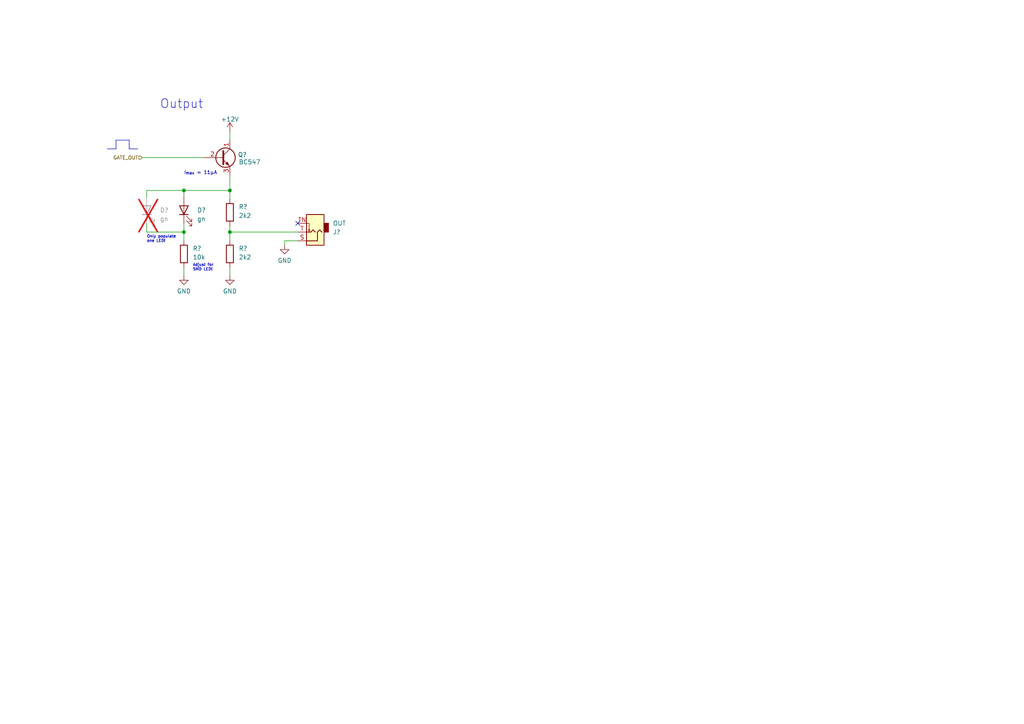
<source format=kicad_sch>
(kicad_sch (version 20230121) (generator eeschema)
  (paper "A4")
  (title_block (title "DIV") (date "2023-04-03") (rev "v1") (company "moPsy"))
  (lib_symbols
    (symbol "Connector:AudioJack2_Ground_SwitchT"
      (property "Reference" "J?" (at -0.635 8.89 0))
      (property "Value" "IN1" (at -0.635 6.35 0))
      (symbol "AudioJack2_Ground_SwitchT_0_1"
        (rectangle (start -2.54 0) (end -3.81 -2.54) (stroke (width 0.254)) (fill (type outline)))
        (polyline (pts (xy 1.778 -0.254) (xy 2.032 -0.762)))
        (polyline (pts (xy 0 0) (xy 0.635 -0.635) (xy 1.27 0) (xy 2.54 0)) (stroke (width 0.254)))
        (polyline (pts (xy 2.54 -2.54) (xy 1.778 -2.54) (xy 1.778 -0.254) (xy 1.524 -0.762)))
        (polyline (pts (xy 2.54 2.54) (xy -0.635 2.54) (xy -0.635 0) (xy -1.27 -0.635) (xy -1.905 0)) (stroke (width 0.254)))
        (rectangle (start 2.54 3.81) (end -2.54 -5.08) (stroke (width 0.254)) (fill (type background)))
      )
      (symbol "AudioJack2_Ground_SwitchT_1_1"
        (pin passive line (at 5.08 2.54 180) (length 2.54) (name "~") (number "S"))
        (pin passive line (at 5.08 0 180) (length 2.54) (name "~") (number "T"))
        (pin passive line (at 5.08 -2.54 180) (length 2.54) (name "~") (number "TN"))
      )
    )
    (symbol "Device:LED" (pin_numbers hide) (pin_names (offset 1.016) hide)
      (property "Reference" "D" (at 0 2.54 0))
      (property "Value" "LED" (at 0 -2.54 0))
      (symbol "LED_0_1"
        (polyline (pts (xy -1.27 -1.27) (xy -1.27 1.27)) (stroke (width 0.254)))
        (polyline (pts (xy -1.27 0) (xy 1.27 0)))
        (polyline (pts (xy 1.27 -1.27) (xy 1.27 1.27) (xy -1.27 0) (xy 1.27 -1.27)) (stroke (width 0.254)))
        (polyline (pts (xy -3.048 -0.762) (xy -4.572 -2.286) (xy -3.81 -2.286) (xy -4.572 -2.286) (xy -4.572 -1.524)))
        (polyline (pts (xy -1.778 -0.762) (xy -3.302 -2.286) (xy -2.54 -2.286) (xy -3.302 -2.286) (xy -3.302 -1.524)))
      )
      (symbol "LED_1_1"
        (pin passive line (at -3.81 0 0) (length 2.54) (name "K") (number "1"))
        (pin passive line (at 3.81 0 180) (length 2.54) (name "A") (number "2"))
      )
    )
    (symbol "Device:R" (pin_numbers hide) (pin_names (offset 0))
      (property "Reference" "R" (at 2.032 0 90))
      (property "Value" "R" (at 0 0 90))
      (symbol "R_0_1"
        (rectangle (start -1.016 -2.54) (end 1.016 2.54) (stroke (width 0.254)))
      )
      (symbol "R_1_1"
        (pin passive line (at 0 3.81 270) (length 1.27) (name "~") (number "1"))
        (pin passive line (at 0 -3.81 90) (length 1.27) (name "~") (number "2"))
      )
    )
    (symbol "Transistor_BJT:BC547" (pin_names (offset 0) hide)
      (property "Reference" "Q" (at 5.08 1.905 0))
      (property "Value" "BC547" (at 5.08 0 0))
      (symbol "BC547_0_1"
        (polyline (pts (xy 0 0) (xy 0.635 0)))
        (polyline (pts (xy 0.635 0.635) (xy 2.54 2.54)))
        (polyline (pts (xy 0.635 -0.635) (xy 2.54 -2.54) (xy 2.54 -2.54)))
        (polyline (pts (xy 0.635 1.905) (xy 0.635 -1.905) (xy 0.635 -1.905)) (stroke (width 0.508)))
        (polyline (pts (xy 1.27 -1.778) (xy 1.778 -1.27) (xy 2.286 -2.286) (xy 1.27 -1.778) (xy 1.27 -1.778)) (fill (type outline)))
        (circle (center 1.27 0) (radius 2.8194) (stroke (width 0.254)))
      )
      (symbol "BC547_1_1"
        (pin passive line (at 2.54 5.08 270) (length 2.54) (name "C") (number "1"))
        (pin input line (at -5.08 0 0) (length 5.08) (name "B") (number "2"))
        (pin passive line (at 2.54 -5.08 90) (length 2.54) (name "E") (number "3"))
      )
    )
    (symbol "power:+12V" (power) (pin_names (offset 0))
      (property "Value" "+12V" (at 0 3.556 0))
      (symbol "+12V_0_1"
        (polyline (pts (xy -0.762 1.27) (xy 0 2.54)))
        (polyline (pts (xy 0 0) (xy 0 2.54)))
        (polyline (pts (xy 0 2.54) (xy 0.762 1.27)))
      )
      (symbol "+12V_1_1"
        (pin power_in line (at 0 0 90) (length 0) hide (name "+12V") (number "1"))
      )
    )
    (symbol "power:GND" (power) (pin_names (offset 0))
      (property "Value" "GND" (at 0 -3.81 0))
      (symbol "GND_0_1"
        (polyline (pts (xy 0 0) (xy 0 -1.27) (xy 1.27 -1.27) (xy 0 -2.54) (xy -1.27 -1.27) (xy 0 -1.27)))
      )
      (symbol "GND_1_1"
        (pin power_in line (at 0 0 270) (length 0) hide (name "GND") (number "1"))
      )
    )
  )
  (junction (at 53.34 67.31))
  (junction (at 53.34 55.245))
  (junction (at 66.675 55.245))
  (junction (at 66.675 67.31))
  (no_connect (at 86.36 64.77))
  (wire (pts (xy 66.675 38.1) (xy 66.675 40.64)))
  (wire (pts (xy 53.34 55.245) (xy 42.545 55.245)))
  (polyline (pts (xy 40.005 43.18) (xy 37.465 43.18)) (stroke (width 0) (type solid)))
  (wire (pts (xy 53.34 67.31) (xy 53.34 69.85)))
  (wire (pts (xy 82.55 69.85) (xy 82.55 71.12)))
  (polyline (pts (xy 33.655 43.18) (xy 31.115 43.18)) (stroke (width 0) (type solid)))
  (wire (pts (xy 53.34 77.47) (xy 53.34 80.01)))
  (wire (pts (xy 42.545 55.245) (xy 42.545 57.15)))
  (wire (pts (xy 66.675 67.31) (xy 86.36 67.31)))
  (wire (pts (xy 42.545 64.77) (xy 42.545 67.31)))
  (wire (pts (xy 42.545 67.31) (xy 53.34 67.31)))
  (wire (pts (xy 53.34 55.245) (xy 66.675 55.245)))
  (polyline (pts (xy 33.655 40.64) (xy 33.655 43.18)) (stroke (width 0) (type solid)))
  (polyline (pts (xy 37.465 40.64) (xy 33.655 40.64)) (stroke (width 0) (type solid)))
  (wire (pts (xy 66.675 55.245) (xy 66.675 57.785)))
  (wire (pts (xy 66.675 67.31) (xy 66.675 69.85)))
  (wire (pts (xy 66.675 65.405) (xy 66.675 67.31)))
  (wire (pts (xy 86.36 69.85) (xy 82.55 69.85)))
  (wire (pts (xy 53.34 64.77) (xy 53.34 67.31)))
  (wire (pts (xy 66.675 50.8) (xy 66.675 55.245)))
  (polyline (pts (xy 37.465 43.18) (xy 37.465 40.64)) (stroke (width 0) (type solid)))
  (wire (pts (xy 53.34 55.245) (xy 53.34 57.15)))
  (wire (pts (xy 66.675 77.47) (xy 66.675 80.01)))
  (wire (pts (xy 41.275 45.72) (xy 59.055 45.72)))
  (text "I_{max} = 11µA" (at 53.34 50.8 0) (effects (font (size 1 1)) (justify left bottom)))
  (text "Output" (at 46.355 31.75 0) (effects (font (size 2.54 2.54)) (justify left bottom)))
  (text "Only populate\none LED!" (at 42.545 70.485 0) (effects (font (size 0.8 0.8)) (justify left bottom)))
  (text "Adjust for\nSMD LED!" (at 55.88 78.74 0) (effects (font (size 0.8 0.8)) (justify left bottom)))
  (hierarchical_label "GATE_OUT" (shape input) (at 41.275 45.72 180) (effects (font (size 1 1))))
  (symbol (lib_id "power:+12V") (at 66.675 38.1 0) (unit 1)
    (property "Reference" "#PWR?" (effects hide))
    (property "Value" "+12V" (at 66.675 34.5981 0))
    (instances (project "div" (path "" (reference "#PWR?") (unit 1)) (path "" (reference "#PWR018") (unit 1)) (path "" (reference "#PWR022") (unit 1)) (path "" (reference "#PWR026") (unit 1)) (path "" (reference "#PWR030") (unit 1)) (path "" (reference "#PWR034") (unit 1)) (path "" (reference "#PWR038") (unit 1))))
  )
  (symbol (lib_id "Transistor_BJT:BC547") (at 64.135 45.72 0) (unit 1)
    (property "Reference" "Q?" (at 68.9864 44.8853 0) (effects (justify left)))
    (property "Value" "BC547" (at 69.215 46.99 0) (effects (justify left)))
    (property "Footprint" "Package_TO_SOT_THT:TO-92_HandSolder" (effects hide))
    (property "Datasheet" "https://www.onsemi.com/pub/Collateral/BC550-D.pdf" (effects hide))
    (instances (project "manual-gate-trigger-source" (path "" (reference "Q?") (unit 1)) (path "" (reference "Q?") (unit 1)) (path "" (reference "Q?") (unit 1)) (path "" (reference "Q?") (unit 1))) (project "div" (path "" (reference "Q?") (unit 1)) (path "" (reference "Q5") (unit 1)) (path "" (reference "Q6") (unit 1)) (path "" (reference "Q7") (unit 1)) (path "" (reference "Q8") (unit 1)) (path "" (reference "Q9") (unit 1)) (path "" (reference "Q10") (unit 1))))
  )
  (symbol (lib_id "Device:LED") (at 42.545 60.96 90) (unit 1) (in_bom no) (dnp yes)
    (property "Reference" "D?" (at 46.355 60.96 90) (effects (justify right)))
    (property "Value" "gn" (at 46.355 63.5 90) (effects (justify right)))
    (property "Footprint" "LED_SMD:LED_0805_2012Metric_Pad1.15x1.40mm_HandSolder" (effects hide))
    (property "Sim.Enable" "0" (effects hide))
    (property "REICHELT" "EVL 17-21SYGC" (effects hide))
    (instances (project "manual-gate-trigger-source" (path "" (reference "D?") (unit 1)) (path "" (reference "D?") (unit 1)) (path "" (reference "D?") (unit 1)) (path "" (reference "D?") (unit 1))) (project "div" (path "" (reference "D?") (unit 1)) (path "" (reference "D13") (unit 1)) (path "" (reference "D14") (unit 1)) (path "" (reference "D15") (unit 1)) (path "" (reference "D16") (unit 1)) (path "" (reference "D17") (unit 1)) (path "" (reference "D18") (unit 1))))
  )
  (symbol (lib_id "Device:R") (at 53.34 73.66 180) (unit 1)
    (property "Reference" "R?" (at 55.88 72.0725 0) (effects (justify right)))
    (property "Value" "10k" (at 55.88 74.6125 0) (effects (justify right)))
    (property "Footprint" "Resistor_THT:R_Axial_DIN0207_L6.3mm_D2.5mm_P7.62mm_Horizontal" (effects hide))
    (instances (project "manual-gate-trigger-source" (path "" (reference "R?") (unit 1)) (path "" (reference "R?") (unit 1)) (path "" (reference "R?") (unit 1)) (path "" (reference "R?") (unit 1))) (project "div" (path "" (reference "R?") (unit 1)) (path "" (reference "R9") (unit 1)) (path "" (reference "R12") (unit 1)) (path "" (reference "R15") (unit 1)) (path "" (reference "R18") (unit 1)) (path "" (reference "R21") (unit 1)) (path "" (reference "R24") (unit 1))))
  )
  (symbol (lib_id "Device:R") (at 66.675 61.595 180) (unit 1)
    (property "Reference" "R?" (at 69.215 60.0075 0) (effects (justify right)))
    (property "Value" "2k2" (at 69.215 62.5475 0) (effects (justify right)))
    (property "Footprint" "Resistor_THT:R_Axial_DIN0207_L6.3mm_D2.5mm_P7.62mm_Horizontal" (effects hide))
    (instances (project "manual-gate-trigger-source" (path "" (reference "R?") (unit 1)) (path "" (reference "R?") (unit 1)) (path "" (reference "R?") (unit 1)) (path "" (reference "R?") (unit 1))) (project "div" (path "" (reference "R?") (unit 1)) (path "" (reference "R10") (unit 1)) (path "" (reference "R13") (unit 1)) (path "" (reference "R16") (unit 1)) (path "" (reference "R19") (unit 1)) (path "" (reference "R22") (unit 1)) (path "" (reference "R25") (unit 1))))
  )
  (symbol (lib_id "power:GND") (at 66.675 80.01 0) (unit 1)
    (property "Reference" "#PWR?" (effects hide))
    (property "Value" "GND" (at 66.675 84.4534 0))
    (instances (project "manual-gate-trigger-source" (path "" (reference "#PWR?") (unit 1)) (path "" (reference "#PWR?") (unit 1)) (path "" (reference "#PWR?") (unit 1)) (path "" (reference "#PWR?") (unit 1))) (project "div" (path "" (reference "#PWR?") (unit 1)) (path "" (reference "#PWR019") (unit 1)) (path "" (reference "#PWR023") (unit 1)) (path "" (reference "#PWR027") (unit 1)) (path "" (reference "#PWR031") (unit 1)) (path "" (reference "#PWR035") (unit 1)) (path "" (reference "#PWR039") (unit 1))))
  )
  (symbol (lib_id "Device:R") (at 66.675 73.66 180) (unit 1)
    (property "Reference" "R?" (at 69.215 72.0725 0) (effects (justify right)))
    (property "Value" "2k2" (at 69.215 74.6125 0) (effects (justify right)))
    (property "Footprint" "Resistor_THT:R_Axial_DIN0207_L6.3mm_D2.5mm_P7.62mm_Horizontal" (effects hide))
    (instances (project "manual-gate-trigger-source" (path "" (reference "R?") (unit 1)) (path "" (reference "R?") (unit 1)) (path "" (reference "R?") (unit 1)) (path "" (reference "R?") (unit 1))) (project "div" (path "" (reference "R?") (unit 1)) (path "" (reference "R11") (unit 1)) (path "" (reference "R14") (unit 1)) (path "" (reference "R17") (unit 1)) (path "" (reference "R20") (unit 1)) (path "" (reference "R23") (unit 1)) (path "" (reference "R26") (unit 1))))
  )
  (symbol (lib_id "power:GND") (at 53.34 80.01 0) (unit 1)
    (property "Reference" "#PWR?" (effects hide))
    (property "Value" "GND" (at 53.34 84.4534 0))
    (instances (project "manual-gate-trigger-source" (path "" (reference "#PWR?") (unit 1)) (path "" (reference "#PWR?") (unit 1)) (path "" (reference "#PWR?") (unit 1)) (path "" (reference "#PWR?") (unit 1))) (project "div" (path "" (reference "#PWR?") (unit 1)) (path "" (reference "#PWR017") (unit 1)) (path "" (reference "#PWR021") (unit 1)) (path "" (reference "#PWR025") (unit 1)) (path "" (reference "#PWR029") (unit 1)) (path "" (reference "#PWR033") (unit 1)) (path "" (reference "#PWR037") (unit 1))))
  )
  (symbol (lib_id "Device:LED") (at 53.34 60.96 90) (unit 1)
    (property "Reference" "D?" (at 57.15 60.96 90) (effects (justify right)))
    (property "Value" "gn" (at 57.15 63.5 90) (effects (justify right)))
    (property "Footprint" "LED_THT:LED_D3.0mm" (effects hide))
    (instances (project "manual-gate-trigger-source" (path "" (reference "D?") (unit 1)) (path "" (reference "D?") (unit 1)) (path "" (reference "D?") (unit 1)) (path "" (reference "D?") (unit 1))) (project "div" (path "" (reference "D?") (unit 1)) (path "" (reference "D7") (unit 1)) (path "" (reference "D8") (unit 1)) (path "" (reference "D9") (unit 1)) (path "" (reference "D10") (unit 1)) (path "" (reference "D11") (unit 1)) (path "" (reference "D12") (unit 1))))
  )
  (symbol (lib_id "Connector:AudioJack2_Ground_SwitchT") (at 91.44 67.31 180) (unit 1)
    (property "Reference" "J?" (at 96.52 67.31 0) (effects (justify right)))
    (property "Value" "OUT" (at 96.52 64.77 0) (effects (justify right)))
    (property "Footprint" "moPsy:CLIFF 3.5mm S6 Mono Jack Socket" (effects hide))
    (instances (project "manual-gate-trigger-source" (path "" (reference "J?") (unit 1)) (path "" (reference "J?") (unit 1)) (path "" (reference "J?") (unit 1)) (path "" (reference "J?") (unit 1))) (project "div" (path "" (reference "J?") (unit 1)) (path "" (reference "J5") (unit 1)) (path "" (reference "J6") (unit 1)) (path "" (reference "J7") (unit 1)) (path "" (reference "J8") (unit 1)) (path "" (reference "J9") (unit 1)) (path "" (reference "J10") (unit 1))))
  )
  (symbol (lib_id "power:GND") (at 82.55 71.12 0) (unit 1)
    (property "Reference" "#PWR?" (effects hide))
    (property "Value" "GND" (at 82.55 75.5634 0))
    (instances (project "manual-gate-trigger-source" (path "" (reference "#PWR?") (unit 1)) (path "" (reference "#PWR?") (unit 1)) (path "" (reference "#PWR?") (unit 1)) (path "" (reference "#PWR?") (unit 1))) (project "div" (path "" (reference "#PWR?") (unit 1)) (path "" (reference "#PWR020") (unit 1)) (path "" (reference "#PWR024") (unit 1)) (path "" (reference "#PWR028") (unit 1)) (path "" (reference "#PWR032") (unit 1)) (path "" (reference "#PWR036") (unit 1)) (path "" (reference "#PWR040") (unit 1))))
  )
)
</source>
